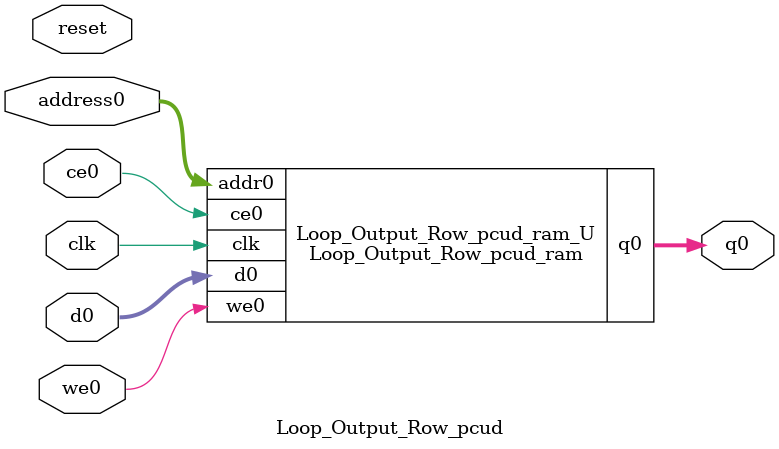
<source format=v>
`timescale 1 ns / 1 ps
module Loop_Output_Row_pcud_ram (addr0, ce0, d0, we0, q0,  clk);

parameter DWIDTH = 32;
parameter AWIDTH = 5;
parameter MEM_SIZE = 25;

input[AWIDTH-1:0] addr0;
input ce0;
input[DWIDTH-1:0] d0;
input we0;
output reg[DWIDTH-1:0] q0;
input clk;

(* ram_style = "distributed" *)reg [DWIDTH-1:0] ram[0:MEM_SIZE-1];




always @(posedge clk)  
begin 
    if (ce0) 
    begin
        if (we0) 
        begin 
            ram[addr0] <= d0; 
        end 
        q0 <= ram[addr0];
    end
end


endmodule

`timescale 1 ns / 1 ps
module Loop_Output_Row_pcud(
    reset,
    clk,
    address0,
    ce0,
    we0,
    d0,
    q0);

parameter DataWidth = 32'd32;
parameter AddressRange = 32'd25;
parameter AddressWidth = 32'd5;
input reset;
input clk;
input[AddressWidth - 1:0] address0;
input ce0;
input we0;
input[DataWidth - 1:0] d0;
output[DataWidth - 1:0] q0;



Loop_Output_Row_pcud_ram Loop_Output_Row_pcud_ram_U(
    .clk( clk ),
    .addr0( address0 ),
    .ce0( ce0 ),
    .we0( we0 ),
    .d0( d0 ),
    .q0( q0 ));

endmodule


</source>
